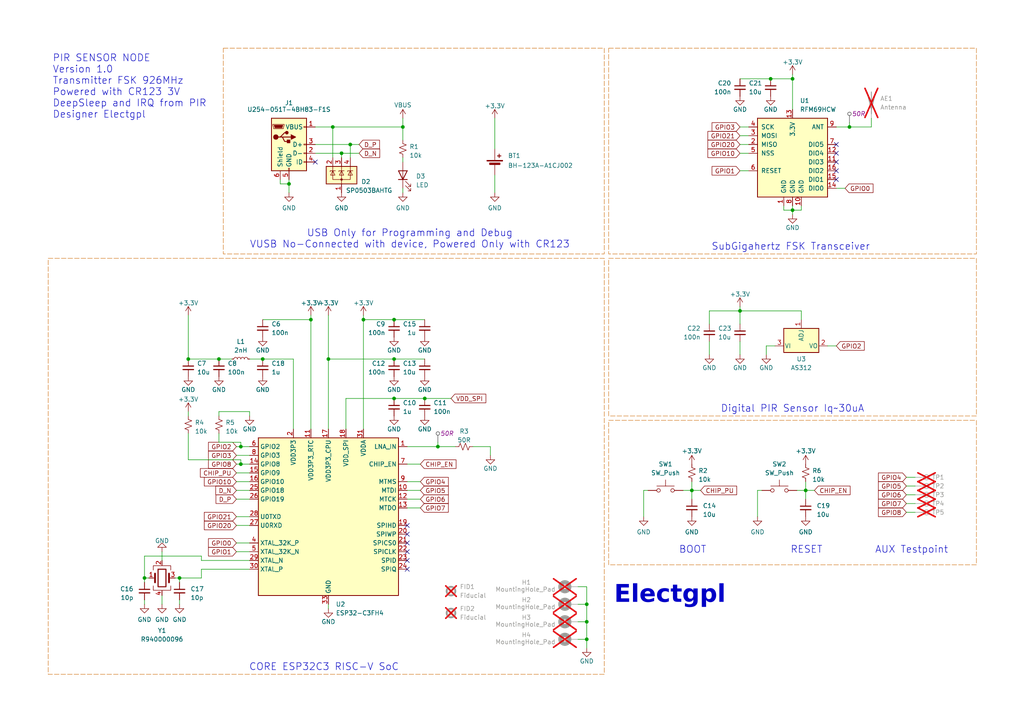
<source format=kicad_sch>
(kicad_sch (version 20250114) (generator "eeschema") (generator_version "9.0")
  (paper "A4")
  (lib_symbols
    (symbol "Connector:TestPoint" (pin_numbers (hide yes)) (pin_names (offset 0.762) (hide yes))
      (property "Reference" "TP" (at 0 6.858 0))
      (property "Value" "TestPoint" (at 0 5.08 0))
      (symbol "TestPoint_1_1"
        (pin passive line (at 0 0 90) (length 2.54) (name "1") (number "1"))
      )
    )
    (symbol "Connector:USB_B_Micro" (pin_names (offset 1.016))
      (property "Reference" "J" (at -5.08 11.43 0))
      (property "Value" "USB_B_Micro" (at -5.08 8.89 0))
      (symbol "USB_B_Micro_1_1"
        (pin passive line (at -2.54 -10.16 90) (length 2.54) (name "Shield") (number "6"))
        (pin power_out line (at 0 -10.16 90) (length 2.54) (name "GND") (number "5"))
        (pin power_out line (at 7.62 5.08 180) (length 2.54) (name "VBUS") (number "1"))
        (pin bidirectional line (at 7.62 0 180) (length 2.54) (name "D+") (number "3"))
        (pin bidirectional line (at 7.62 -2.54 180) (length 2.54) (name "D-") (number "2"))
        (pin passive line (at 7.62 -5.08 180) (length 2.54) (name "ID") (number "4"))
      )
    )
    (symbol "Device:Antenna" (pin_numbers (hide yes)) (pin_names (offset 1.016) (hide yes))
      (property "Reference" "AE" (at -1.905 1.905 0))
      (property "Value" "Antenna" (at -1.905 0 0))
      (symbol "Antenna_1_1"
        (pin input line (at 0 -5.08 90) (length 2.54) (name "A") (number "1"))
      )
    )
    (symbol "Device:Battery_Cell" (pin_numbers (hide yes)) (pin_names (offset 0) (hide yes))
      (property "Reference" "BT" (at 2.54 2.54 0))
      (property "Value" "Battery_Cell" (at 2.54 0 0))
      (symbol "Battery_Cell_1_1"
        (pin passive line (at 0 5.08 270) (length 2.54) (name "+") (number "1"))
        (pin passive line (at 0 -2.54 90) (length 2.54) (name "-") (number "2"))
      )
    )
    (symbol "Device:C_Small" (pin_numbers (hide yes)) (pin_names (offset 0.254) (hide yes))
      (property "Reference" "C" (at 0.254 1.778 0))
      (property "Value" "C_Small" (at 0.254 -2.032 0))
      (symbol "C_Small_1_1"
        (pin passive line (at 0 2.54 270) (length 2.032) (name "~") (number "1"))
        (pin passive line (at 0 -2.54 90) (length 2.032) (name "~") (number "2"))
      )
    )
    (symbol "Device:Crystal_GND24" (pin_names (offset 1.016) (hide yes))
      (property "Reference" "Y" (at 3.175 5.08 0))
      (property "Value" "Crystal_GND24" (at 3.175 3.175 0))
      (symbol "Crystal_GND24_1_1"
        (pin passive line (at -3.81 0 0) (length 1.27) (name "1") (number "1"))
        (pin passive line (at 0 5.08 270) (length 1.27) (name "2") (number "2"))
        (pin passive line (at 0 -5.08 90) (length 1.27) (name "4") (number "4"))
        (pin passive line (at 3.81 0 180) (length 1.27) (name "3") (number "3"))
      )
    )
    (symbol "Device:LED" (pin_numbers (hide yes)) (pin_names (offset 1.016) (hide yes))
      (property "Reference" "D" (at 0 2.54 0))
      (property "Value" "LED" (at 0 -2.54 0))
      (symbol "LED_1_1"
        (pin passive line (at -3.81 0 0) (length 2.54) (name "K") (number "1"))
        (pin passive line (at 3.81 0 180) (length 2.54) (name "A") (number "2"))
      )
    )
    (symbol "Device:L_Small" (pin_numbers (hide yes)) (pin_names (offset 0.254) (hide yes))
      (property "Reference" "L" (at 0.762 1.016 0))
      (property "Value" "L_Small" (at 0.762 -1.016 0))
      (symbol "L_Small_1_1"
        (pin passive line (at 0 2.54 270) (length 0.508) (name "~") (number "1"))
        (pin passive line (at 0 -2.54 90) (length 0.508) (name "~") (number "2"))
      )
    )
    (symbol "Device:R_Small_US" (pin_numbers (hide yes)) (pin_names (offset 0.254) (hide yes))
      (property "Reference" "R" (at 0.762 0.508 0))
      (property "Value" "R_Small_US" (at 0.762 -1.016 0))
      (symbol "R_Small_US_1_1"
        (pin passive line (at 0 2.54 270) (length 1.016) (name "~") (number "1"))
        (pin passive line (at 0 -2.54 90) (length 1.016) (name "~") (number "2"))
      )
    )
    (symbol "MCU_Espressif:ESP32-C3"
      (property "Reference" "U" (at -17.272 23.876 0))
      (property "Value" "ESP32-C3" (at 16.256 23.876 0))
      (symbol "ESP32-C3_1_1"
        (pin bidirectional line (at -22.86 20.32 0) (length 2.54) (name "GPIO2") (number "6"))
        (pin bidirectional line (at -22.86 17.78 0) (length 2.54) (name "GPIO3") (number "8"))
        (pin bidirectional line (at -22.86 15.24 0) (length 2.54) (name "GPIO8") (number "14"))
        (pin bidirectional line (at -22.86 12.7 0) (length 2.54) (name "GPIO9") (number "15"))
        (pin bidirectional line (at -22.86 10.16 0) (length 2.54) (name "GPIO10") (number "16"))
        (pin bidirectional line (at -22.86 7.62 0) (length 2.54) (name "GPIO18") (number "25"))
        (pin bidirectional line (at -22.86 5.08 0) (length 2.54) (name "GPIO19") (number "26"))
        (pin bidirectional line (at -22.86 0 0) (length 2.54) (name "U0TXD") (number "28"))
        (pin bidirectional line (at -22.86 -2.54 0) (length 2.54) (name "U0RXD") (number "27"))
        (pin bidirectional line (at -22.86 -7.62 0) (length 2.54) (name "XTAL_32K_P") (number "4"))
        (pin bidirectional line (at -22.86 -10.16 0) (length 2.54) (name "XTAL_32K_N") (number "5"))
        (pin bidirectional line (at -22.86 -12.7 0) (length 2.54) (name "XTAL_N") (number "29"))
        (pin bidirectional line (at -22.86 -15.24 0) (length 2.54) (name "XTAL_P") (number "30"))
        (pin power_in line (at -10.16 25.4 270) (length 2.54) (name "VDD3P3") (number "2"))
        (pin passive line (at -10.16 25.4 270) (length 2.54) (hide yes) (name "VDD3P3") (number "3"))
        (pin power_in line (at -5.08 25.4 270) (length 2.54) (name "VDD3P3_RTC") (number "11"))
        (pin power_in line (at 0 25.4 270) (length 2.54) (name "VDD3P3_CPU") (number "17"))
        (pin power_in line (at 0 -25.4 90) (length 2.54) (name "GND") (number "33"))
        (pin power_out line (at 5.08 25.4 270) (length 2.54) (name "VDD_SPI") (number "18"))
        (pin power_in line (at 10.16 25.4 270) (length 2.54) (name "VDDA") (number "31"))
        (pin passive line (at 10.16 25.4 270) (length 2.54) (hide yes) (name "VDDA") (number "32"))
        (pin bidirectional line (at 22.86 20.32 180) (length 2.54) (name "LNA_IN") (number "1"))
        (pin bidirectional line (at 22.86 15.24 180) (length 2.54) (name "CHIP_EN") (number "7"))
        (pin bidirectional line (at 22.86 10.16 180) (length 2.54) (name "MTMS") (number "9"))
        (pin bidirectional line (at 22.86 7.62 180) (length 2.54) (name "MTDI") (number "10"))
        (pin bidirectional line (at 22.86 5.08 180) (length 2.54) (name "MTCK") (number "12"))
        (pin bidirectional line (at 22.86 2.54 180) (length 2.54) (name "MTDO") (number "13"))
        (pin bidirectional line (at 22.86 -2.54 180) (length 2.54) (name "SPIHD") (number "19"))
        (pin bidirectional line (at 22.86 -5.08 180) (length 2.54) (name "SPIWP") (number "20"))
        (pin bidirectional line (at 22.86 -7.62 180) (length 2.54) (name "SPICS0") (number "21"))
        (pin bidirectional line (at 22.86 -10.16 180) (length 2.54) (name "SPICLK") (number "22"))
        (pin bidirectional line (at 22.86 -12.7 180) (length 2.54) (name "SPID") (number "23"))
        (pin bidirectional line (at 22.86 -15.24 180) (length 2.54) (name "SPIQ") (number "24"))
      )
    )
    (symbol "Mechanical:Fiducial" (in_bom no)
      (property "Reference" "FID" (at 0 5.08 0))
      (property "Value" "Fiducial" (at 0 3.175 0))
    )
    (symbol "Mechanical:MountingHole_Pad" (pin_numbers (hide yes)) (pin_names (offset 1.016) (hide yes)) (in_bom no)
      (property "Reference" "H" (at 0 6.35 0))
      (property "Value" "MountingHole_Pad" (at 0 4.445 0))
      (symbol "MountingHole_Pad_1_1"
        (pin input line (at 0 -2.54 90) (length 2.54) (name "1") (number "1"))
      )
    )
    (symbol "Power_Protection:SP0503BAHT" (pin_names (hide yes))
      (property "Reference" "D" (at 5.715 2.54 0))
      (property "Value" "SP0503BAHT" (at 5.715 0.635 0))
      (symbol "SP0503BAHT_0_0"
        (pin passive line (at 0 -5.08 90) (length 2.54) (name "A") (number "1"))
      )
      (symbol "SP0503BAHT_1_1"
        (pin passive line (at -2.54 5.08 270) (length 2.54) (name "K") (number "2"))
        (pin passive line (at 0 5.08 270) (length 2.54) (name "K") (number "3"))
        (pin passive line (at 2.54 5.08 270) (length 2.54) (name "K") (number "4"))
      )
    )
    (symbol "RF_Module:RFM69HCW" (pin_names (offset 1.016))
      (property "Reference" "U" (at -10.414 11.684 0))
      (property "Value" "RFM69HCW" (at 1.524 11.43 0))
      (symbol "RFM69HCW_1_1"
        (pin input line (at -12.7 7.62 0) (length 2.54) (name "SCK") (number "4"))
        (pin input line (at -12.7 5.08 0) (length 2.54) (name "MOSI") (number "3"))
        (pin output line (at -12.7 2.54 0) (length 2.54) (name "MISO") (number "2"))
        (pin input line (at -12.7 0 0) (length 2.54) (name "NSS") (number "5"))
        (pin bidirectional line (at -12.7 -5.08 0) (length 2.54) (name "RESET") (number "6"))
        (pin power_in line (at -2.54 -15.24 90) (length 2.54) (name "GND") (number "1"))
        (pin power_in line (at 0 12.7 270) (length 2.54) (name "3.3V") (number "13"))
        (pin power_in line (at 0 -15.24 90) (length 2.54) (name "GND") (number "8"))
        (pin power_in line (at 2.54 -15.24 90) (length 2.54) (name "GND") (number "10"))
        (pin bidirectional line (at 12.7 7.62 180) (length 2.54) (name "ANT") (number "9"))
        (pin bidirectional line (at 12.7 2.54 180) (length 2.54) (name "DIO5") (number "7"))
        (pin bidirectional line (at 12.7 0 180) (length 2.54) (name "DIO4") (number "12"))
        (pin bidirectional line (at 12.7 -2.54 180) (length 2.54) (name "DIO3") (number "11"))
        (pin bidirectional line (at 12.7 -5.08 180) (length 2.54) (name "DIO2") (number "16"))
        (pin bidirectional line (at 12.7 -7.62 180) (length 2.54) (name "DIO1") (number "15"))
        (pin bidirectional line (at 12.7 -10.16 180) (length 2.54) (name "DIO0") (number "14"))
      )
    )
    (symbol "Regulator_Linear:LM337_TO39" (pin_names (offset 0.254))
      (property "Reference" "U" (at -3.81 -3.175 0))
      (property "Value" "LM337_TO39" (at 0 -3.175 0))
      (symbol "LM337_TO39_1_1"
        (pin power_in line (at -7.62 0 0) (length 2.54) (name "VI") (number "3"))
        (pin input line (at 0 7.62 270) (length 2.54) (name "ADJ") (number "1"))
        (pin power_out line (at 7.62 0 180) (length 2.54) (name "VO") (number "2"))
      )
    )
    (symbol "Switch:SW_Push" (pin_numbers (hide yes)) (pin_names (offset 1.016) (hide yes))
      (property "Reference" "SW" (at 1.27 2.54 0))
      (property "Value" "SW_Push" (at 0 -1.524 0))
      (symbol "SW_Push_0_1"
        (pin passive line (at -5.08 0 0) (length 2.54) (name "1") (number "1"))
        (pin passive line (at 5.08 0 180) (length 2.54) (name "2") (number "2"))
      )
    )
    (symbol "power:+3.3V" (power) (pin_names (offset 0))
      (property "Value" "+3.3V" (at 0 3.556 0))
      (symbol "+3.3V_1_1"
        (pin power_in line (at 0 0 90) (length 0) (hide yes) (name "+3.3V") (number "1"))
      )
    )
    (symbol "power:+5V" (power) (pin_numbers (hide yes)) (pin_names (offset 0) (hide yes))
      (property "Value" "+5V" (at 0 3.556 0))
      (symbol "+5V_1_1"
        (pin power_in line (at 0 0 90) (length 0) (name "~") (number "1"))
      )
    )
    (symbol "power:GND" (power) (pin_names (offset 0))
      (property "Value" "GND" (at 0 -3.81 0))
      (symbol "GND_1_1"
        (pin power_in line (at 0 0 270) (length 0) (hide yes) (name "GND") (number "1"))
      )
    )
  )
  (rectangle (start 176.53 13.97) (end 283.21 73.66) (stroke (width 0.127) (type dash) (color 204 102 0 1)))
  (rectangle (start 176.53 121.92) (end 283.21 163.83) (stroke (width 0.127) (type dash) (color 204 102 0 1)))
  (rectangle (start 64.77 13.97) (end 175.26 73.66) (stroke (width 0.127) (type dash) (color 204 102 0 1)))
  (rectangle (start 176.53 74.93) (end 283.21 120.65) (stroke (width 0.127) (type dash) (color 204 102 0 1)))
  (rectangle (start 13.97 74.93) (end 175.26 195.58) (stroke (width 0.127) (type dash) (color 204 102 0 1)))
  (text "AUX Testpoint\n" (at 264.414 159.512 0) (effects (font (size 2.032 2.032))))
  (text "Electgpl" (at 194.31 173.99 0) (effects (font (size 5.08 5.08) (bold yes))))
  (text "CORE ESP32C3 RISC-V SoC" (at 93.98 193.548 0) (effects (font (size 2.032 2.032))))
  (text "USB Only for Programming and Debug\nVUSB No-Connected with device, Powered Only with CR123" (at 118.872 69.342 0) (effects (font (size 2.032 2.032))))
  (text "PIR SENSOR NODE\nVersion 1.0\nTransmitter FSK 926MHz\nPowered with CR123 3V\nDeepSleep and IRQ from PIR\nDesigner Electgpl" (at 15.24 25.146 0) (effects (font (size 2.032 2.032)) (justify left)))
  (text "BOOT" (at 200.914 159.512 0) (effects (font (size 2.032 2.032))))
  (text "Digital PIR Sensor Iq~30uA" (at 229.87 118.618 0) (effects (font (size 2.032 2.032))))
  (text "SubGigahertz FSK Transceiver" (at 229.362 71.628 0) (effects (font (size 2.032 2.032))))
  (text "RESET" (at 233.934 159.512 0) (effects (font (size 2.032 2.032))))
  (junction (at 41.91 167.64))
  (junction (at 83.82 53.34))
  (junction (at 123.19 115.57))
  (junction (at 105.41 92.71))
  (junction (at 95.25 104.14))
  (junction (at 229.87 22.86))
  (junction (at 54.61 104.14))
  (junction (at 52.07 167.64))
  (junction (at 114.3 115.57))
  (junction (at 233.68 142.24))
  (junction (at 200.66 142.24))
  (junction (at 96.52 36.83))
  (junction (at 114.3 92.71))
  (junction (at 69.85 129.54))
  (junction (at 127 129.54))
  (junction (at 63.5 104.14))
  (junction (at 223.52 22.86))
  (junction (at 246.38 36.83))
  (junction (at 90.17 92.71))
  (junction (at 170.18 175.26))
  (junction (at 101.6 41.91))
  (junction (at 76.2 104.14))
  (junction (at 214.63 90.17))
  (junction (at 99.06 44.45))
  (junction (at 114.3 104.14))
  (junction (at 69.85 134.62))
  (junction (at 170.18 185.42))
  (junction (at 229.87 60.96))
  (junction (at 170.18 180.34))
  (junction (at 116.84 36.83))
  (no_connect (at 118.11 152.4))
  (no_connect (at 91.44 46.99))
  (no_connect (at 118.11 154.94))
  (no_connect (at 118.11 160.02))
  (no_connect (at 118.11 157.48))
  (no_connect (at 242.57 44.45))
  (no_connect (at 242.57 41.91))
  (no_connect (at 242.57 46.99))
  (no_connect (at 242.57 49.53))
  (no_connect (at 118.11 165.1))
  (no_connect (at 118.11 162.56))
  (no_connect (at 242.57 52.07))
  (wire (pts (xy 233.68 142.24) (xy 236.22 142.24)))
  (wire (pts (xy 58.42 162.56) (xy 58.42 161.29)))
  (wire (pts (xy 223.52 22.86) (xy 229.87 22.86)))
  (wire (pts (xy 214.63 99.06) (xy 214.63 102.87)))
  (wire (pts (xy 72.39 104.14) (xy 76.2 104.14)))
  (wire (pts (xy 114.3 104.14) (xy 123.19 104.14)))
  (wire (pts (xy 83.82 53.34) (xy 83.82 55.88)))
  (wire (pts (xy 170.18 170.18) (xy 170.18 175.26)))
  (wire (pts (xy 123.19 115.57) (xy 130.81 115.57)))
  (wire (pts (xy 69.85 133.35) (xy 69.85 134.62)))
  (wire (pts (xy 233.68 142.24) (xy 233.68 144.78)))
  (wire (pts (xy 95.25 175.26) (xy 95.25 176.53)))
  (wire (pts (xy 81.28 52.07) (xy 81.28 53.34)))
  (wire (pts (xy 227.33 60.96) (xy 229.87 60.96)))
  (wire (pts (xy 186.69 142.24) (xy 186.69 149.86)))
  (wire (pts (xy 116.84 46.99) (xy 116.84 45.72)))
  (wire (pts (xy 116.84 55.88) (xy 116.84 54.61)))
  (wire (pts (xy 69.85 128.27) (xy 69.85 129.54)))
  (wire (pts (xy 214.63 88.9) (xy 214.63 90.17)))
  (wire (pts (xy 68.58 132.08) (xy 72.39 132.08)))
  (wire (pts (xy 224.79 100.33) (xy 222.25 100.33)))
  (wire (pts (xy 118.11 134.62) (xy 121.92 134.62)))
  (wire (pts (xy 231.14 142.24) (xy 233.68 142.24)))
  (wire (pts (xy 68.58 152.4) (xy 72.39 152.4)))
  (wire (pts (xy 96.52 36.83) (xy 96.52 45.72)))
  (wire (pts (xy 118.11 142.24) (xy 121.92 142.24)))
  (wire (pts (xy 85.09 104.14) (xy 85.09 124.46)))
  (wire (pts (xy 205.74 90.17) (xy 205.74 93.98)))
  (wire (pts (xy 262.89 143.51) (xy 265.43 143.51)))
  (wire (pts (xy 170.18 180.34) (xy 170.18 185.42)))
  (wire (pts (xy 214.63 49.53) (xy 217.17 49.53)))
  (wire (pts (xy 54.61 133.35) (xy 69.85 133.35)))
  (wire (pts (xy 63.5 119.38) (xy 72.39 119.38)))
  (wire (pts (xy 167.64 175.26) (xy 170.18 175.26)))
  (wire (pts (xy 54.61 125.73) (xy 54.61 133.35)))
  (wire (pts (xy 90.17 92.71) (xy 90.17 124.46)))
  (wire (pts (xy 167.64 180.34) (xy 170.18 180.34)))
  (wire (pts (xy 220.98 142.24) (xy 219.71 142.24)))
  (wire (pts (xy 63.5 104.14) (xy 67.31 104.14)))
  (wire (pts (xy 41.91 173.99) (xy 41.91 175.26)))
  (wire (pts (xy 114.3 92.71) (xy 123.19 92.71)))
  (wire (pts (xy 170.18 185.42) (xy 170.18 187.96)))
  (wire (pts (xy 242.57 54.61) (xy 245.11 54.61)))
  (wire (pts (xy 214.63 22.86) (xy 223.52 22.86)))
  (wire (pts (xy 232.41 90.17) (xy 214.63 90.17)))
  (wire (pts (xy 68.58 160.02) (xy 72.39 160.02)))
  (wire (pts (xy 91.44 44.45) (xy 99.06 44.45)))
  (wire (pts (xy 58.42 167.64) (xy 58.42 165.1)))
  (wire (pts (xy 142.24 129.54) (xy 142.24 132.08)))
  (wire (pts (xy 63.5 125.73) (xy 63.5 128.27)))
  (wire (pts (xy 52.07 173.99) (xy 52.07 175.26)))
  (wire (pts (xy 187.96 142.24) (xy 186.69 142.24)))
  (wire (pts (xy 137.16 129.54) (xy 142.24 129.54)))
  (wire (pts (xy 69.85 134.62) (xy 72.39 134.62)))
  (wire (pts (xy 227.33 59.69) (xy 227.33 60.96)))
  (wire (pts (xy 68.58 134.62) (xy 69.85 134.62)))
  (wire (pts (xy 252.73 36.83) (xy 246.38 36.83)))
  (wire (pts (xy 41.91 167.64) (xy 43.18 167.64)))
  (wire (pts (xy 200.66 142.24) (xy 200.66 144.78)))
  (wire (pts (xy 229.87 22.86) (xy 229.87 31.75)))
  (wire (pts (xy 63.5 128.27) (xy 69.85 128.27)))
  (wire (pts (xy 229.87 60.96) (xy 232.41 60.96)))
  (wire (pts (xy 99.06 44.45) (xy 104.14 44.45)))
  (wire (pts (xy 83.82 52.07) (xy 83.82 53.34)))
  (wire (pts (xy 116.84 34.29) (xy 116.84 36.83)))
  (wire (pts (xy 96.52 36.83) (xy 116.84 36.83)))
  (wire (pts (xy 127 128.27) (xy 127 129.54)))
  (wire (pts (xy 68.58 137.16) (xy 72.39 137.16)))
  (wire (pts (xy 81.28 53.34) (xy 83.82 53.34)))
  (wire (pts (xy 41.91 161.29) (xy 41.91 167.64)))
  (wire (pts (xy 262.89 138.43) (xy 265.43 138.43)))
  (wire (pts (xy 200.66 142.24) (xy 203.2 142.24)))
  (wire (pts (xy 46.99 172.72) (xy 46.99 175.26)))
  (wire (pts (xy 99.06 44.45) (xy 99.06 45.72)))
  (wire (pts (xy 262.89 146.05) (xy 265.43 146.05)))
  (wire (pts (xy 143.51 34.29) (xy 143.51 43.18)))
  (wire (pts (xy 229.87 60.96) (xy 229.87 62.23)))
  (wire (pts (xy 198.12 142.24) (xy 200.66 142.24)))
  (wire (pts (xy 229.87 59.69) (xy 229.87 60.96)))
  (wire (pts (xy 52.07 167.64) (xy 58.42 167.64)))
  (wire (pts (xy 232.41 92.71) (xy 232.41 90.17)))
  (wire (pts (xy 214.63 36.83) (xy 217.17 36.83)))
  (wire (pts (xy 222.25 100.33) (xy 222.25 102.87)))
  (wire (pts (xy 58.42 162.56) (xy 72.39 162.56)))
  (wire (pts (xy 105.41 92.71) (xy 105.41 124.46)))
  (wire (pts (xy 118.11 139.7) (xy 121.92 139.7)))
  (wire (pts (xy 76.2 104.14) (xy 85.09 104.14)))
  (wire (pts (xy 214.63 44.45) (xy 217.17 44.45)))
  (wire (pts (xy 54.61 91.44) (xy 54.61 104.14)))
  (wire (pts (xy 262.89 148.59) (xy 265.43 148.59)))
  (wire (pts (xy 63.5 120.65) (xy 63.5 119.38)))
  (wire (pts (xy 95.25 91.44) (xy 95.25 104.14)))
  (wire (pts (xy 68.58 129.54) (xy 69.85 129.54)))
  (wire (pts (xy 118.11 147.32) (xy 121.92 147.32)))
  (wire (pts (xy 76.2 92.71) (xy 90.17 92.71)))
  (wire (pts (xy 100.33 115.57) (xy 114.3 115.57)))
  (wire (pts (xy 72.39 119.38) (xy 72.39 120.65)))
  (wire (pts (xy 214.63 90.17) (xy 214.63 93.98)))
  (wire (pts (xy 246.38 36.83) (xy 242.57 36.83)))
  (wire (pts (xy 170.18 175.26) (xy 170.18 180.34)))
  (wire (pts (xy 105.41 91.44) (xy 105.41 92.71)))
  (wire (pts (xy 214.63 39.37) (xy 217.17 39.37)))
  (wire (pts (xy 167.64 170.18) (xy 170.18 170.18)))
  (wire (pts (xy 101.6 41.91) (xy 101.6 45.72)))
  (wire (pts (xy 262.89 140.97) (xy 265.43 140.97)))
  (wire (pts (xy 91.44 36.83) (xy 96.52 36.83)))
  (wire (pts (xy 58.42 161.29) (xy 41.91 161.29)))
  (wire (pts (xy 68.58 139.7) (xy 72.39 139.7)))
  (wire (pts (xy 52.07 167.64) (xy 52.07 168.91)))
  (wire (pts (xy 205.74 99.06) (xy 205.74 102.87)))
  (wire (pts (xy 90.17 91.44) (xy 90.17 92.71)))
  (wire (pts (xy 200.66 139.7) (xy 200.66 142.24)))
  (wire (pts (xy 246.38 35.56) (xy 246.38 36.83)))
  (wire (pts (xy 101.6 41.91) (xy 104.14 41.91)))
  (wire (pts (xy 167.64 185.42) (xy 170.18 185.42)))
  (wire (pts (xy 118.11 144.78) (xy 121.92 144.78)))
  (wire (pts (xy 127 129.54) (xy 132.08 129.54)))
  (wire (pts (xy 54.61 119.38) (xy 54.61 120.65)))
  (wire (pts (xy 118.11 129.54) (xy 127 129.54)))
  (wire (pts (xy 95.25 104.14) (xy 114.3 104.14)))
  (wire (pts (xy 68.58 149.86) (xy 72.39 149.86)))
  (wire (pts (xy 68.58 157.48) (xy 72.39 157.48)))
  (wire (pts (xy 58.42 165.1) (xy 72.39 165.1)))
  (wire (pts (xy 252.73 34.29) (xy 252.73 36.83)))
  (wire (pts (xy 41.91 167.64) (xy 41.91 168.91)))
  (wire (pts (xy 116.84 40.64) (xy 116.84 36.83)))
  (wire (pts (xy 219.71 142.24) (xy 219.71 149.86)))
  (wire (pts (xy 69.85 129.54) (xy 72.39 129.54)))
  (wire (pts (xy 240.03 100.33) (xy 242.57 100.33)))
  (wire (pts (xy 68.58 142.24) (xy 72.39 142.24)))
  (wire (pts (xy 100.33 124.46) (xy 100.33 115.57)))
  (wire (pts (xy 91.44 41.91) (xy 101.6 41.91)))
  (wire (pts (xy 232.41 60.96) (xy 232.41 59.69)))
  (wire (pts (xy 54.61 104.14) (xy 63.5 104.14)))
  (wire (pts (xy 50.8 167.64) (xy 52.07 167.64)))
  (wire (pts (xy 214.63 41.91) (xy 217.17 41.91)))
  (wire (pts (xy 68.58 144.78) (xy 72.39 144.78)))
  (wire (pts (xy 95.25 104.14) (xy 95.25 124.46)))
  (wire (pts (xy 46.99 160.02) (xy 46.99 162.56)))
  (wire (pts (xy 143.51 50.8) (xy 143.51 55.88)))
  (wire (pts (xy 205.74 90.17) (xy 214.63 90.17)))
  (wire (pts (xy 105.41 92.71) (xy 114.3 92.71)))
  (wire (pts (xy 114.3 115.57) (xy 123.19 115.57)))
  (wire (pts (xy 229.87 22.86) (xy 229.87 21.59)))
  (wire (pts (xy 233.68 139.7) (xy 233.68 142.24)))
  (global_label "CHIP_PU" (shape input) (at 68.58 137.16 180) (property "Intersheetrefs" "${INTERSHEET_REFS}" (effects (hide yes))))
  (global_label "GPIO10" (shape input) (at 214.63 44.45 180) (property "Intersheetrefs" "${INTERSHEET_REFS}" (effects (hide yes))))
  (global_label "GPIO2" (shape input) (at 242.57 100.33 0) (property "Intersheetrefs" "${INTERSHEET_REFS}" (effects (hide yes))))
  (global_label "CHIP_PU" (shape input) (at 203.2 142.24 0) (property "Intersheetrefs" "${INTERSHEET_REFS}" (effects (hide yes))))
  (global_label "GPIO0" (shape input) (at 245.11 54.61 0) (property "Intersheetrefs" "${INTERSHEET_REFS}" (effects (hide yes))))
  (global_label "GPIO4" (shape input) (at 121.92 139.7 0) (property "Intersheetrefs" "${INTERSHEET_REFS}" (effects (hide yes))))
  (global_label "GPIO1" (shape input) (at 68.58 160.02 180) (property "Intersheetrefs" "${INTERSHEET_REFS}" (effects (hide yes))))
  (global_label "GPIO7" (shape input) (at 121.92 147.32 0) (property "Intersheetrefs" "${INTERSHEET_REFS}" (effects (hide yes))))
  (global_label "CHIP_EN" (shape input) (at 236.22 142.24 0) (property "Intersheetrefs" "${INTERSHEET_REFS}" (effects (hide yes))))
  (global_label "GPIO2" (shape input) (at 68.58 129.54 180) (property "Intersheetrefs" "${INTERSHEET_REFS}" (effects (hide yes))))
  (global_label "GPIO20" (shape input) (at 68.58 152.4 180) (property "Intersheetrefs" "${INTERSHEET_REFS}" (effects (hide yes))))
  (global_label "GPIO8" (shape input) (at 68.58 134.62 180) (property "Intersheetrefs" "${INTERSHEET_REFS}" (effects (hide yes))))
  (global_label "GPIO7" (shape input) (at 262.89 146.05 180) (property "Intersheetrefs" "${INTERSHEET_REFS}" (effects (hide yes))))
  (global_label "GPIO1" (shape input) (at 214.63 49.53 180) (property "Intersheetrefs" "${INTERSHEET_REFS}" (effects (hide yes))))
  (global_label "GPIO0" (shape input) (at 68.58 157.48 180) (property "Intersheetrefs" "${INTERSHEET_REFS}" (effects (hide yes))))
  (global_label "GPIO4" (shape input) (at 262.89 138.43 180) (property "Intersheetrefs" "${INTERSHEET_REFS}" (effects (hide yes))))
  (global_label "GPIO20" (shape input) (at 214.63 41.91 180) (property "Intersheetrefs" "${INTERSHEET_REFS}" (effects (hide yes))))
  (global_label "CHIP_EN" (shape input) (at 121.92 134.62 0) (property "Intersheetrefs" "${INTERSHEET_REFS}" (effects (hide yes))))
  (global_label "GPIO10" (shape input) (at 68.58 139.7 180) (property "Intersheetrefs" "${INTERSHEET_REFS}" (effects (hide yes))))
  (global_label "GPIO5" (shape input) (at 262.89 140.97 180) (property "Intersheetrefs" "${INTERSHEET_REFS}" (effects (hide yes))))
  (global_label "GPIO21" (shape input) (at 68.58 149.86 180) (property "Intersheetrefs" "${INTERSHEET_REFS}" (effects (hide yes))))
  (global_label "GPIO3" (shape input) (at 214.63 36.83 180) (property "Intersheetrefs" "${INTERSHEET_REFS}" (effects (hide yes))))
  (global_label "D_N" (shape input) (at 68.58 142.24 180) (property "Intersheetrefs" "${INTERSHEET_REFS}" (effects (hide yes))))
  (global_label "D_P" (shape input) (at 104.14 41.91 0) (property "Intersheetrefs" "${INTERSHEET_REFS}" (effects (hide yes))))
  (global_label "GPIO5" (shape input) (at 121.92 142.24 0) (property "Intersheetrefs" "${INTERSHEET_REFS}" (effects (hide yes))))
  (global_label "D_P" (shape input) (at 68.58 144.78 180) (property "Intersheetrefs" "${INTERSHEET_REFS}" (effects (hide yes))))
  (global_label "GPIO8" (shape input) (at 262.89 148.59 180) (property "Intersheetrefs" "${INTERSHEET_REFS}" (effects (hide yes))))
  (global_label "D_N" (shape input) (at 104.14 44.45 0) (property "Intersheetrefs" "${INTERSHEET_REFS}" (effects (hide yes))))
  (global_label "GPIO6" (shape input) (at 121.92 144.78 0) (property "Intersheetrefs" "${INTERSHEET_REFS}" (effects (hide yes))))
  (global_label "VDD_SPI" (shape input) (at 130.81 115.57 0) (property "Intersheetrefs" "${INTERSHEET_REFS}" (effects (hide yes))))
  (global_label "GPIO21" (shape input) (at 214.63 39.37 180) (property "Intersheetrefs" "${INTERSHEET_REFS}" (effects (hide yes))))
  (global_label "GPIO3" (shape input) (at 68.58 132.08 180) (property "Intersheetrefs" "${INTERSHEET_REFS}" (effects (hide yes))))
  (global_label "GPIO6" (shape input) (at 262.89 143.51 180) (property "Intersheetrefs" "${INTERSHEET_REFS}" (effects (hide yes))))
  (netclass_flag "" (length 2.54) (shape round) (at 127 128.27 0) (property "Netclass" "50R" (at 127.6985 125.73 0) (effects (font (italic yes)) (justify left))))
  (netclass_flag "" (length 2.54) (shape round) (at 246.38 35.56 0) (property "Netclass" "50R" (at 247.0785 33.02 0) (effects (font (italic yes)) (justify left))))
  (symbol (lib_id "Device:R_Small_US") (at 116.84 43.18 0) (unit 1)
    (property "Reference" "R1" (at 118.745 42.545 0) (effects (justify left)))
    (property "Value" "10k" (at 118.745 45.085 0) (effects (justify left)))
    (property "Footprint" "Resistor_SMD:R_0603_1608Metric" (effects (hide yes)))
    (property "Description" "100mW Thick Film Resistors 75V ±100ppm/℃ ±5% 10kΩ 0603 Chip Resistor - Surface Mount ROHS" (effects (hide yes)))
    (property "LCSC" "C98220" (effects (hide yes)))
    (property "MFR P/N" "RC0402JR-0710KL" (effects (hide yes)))
    (property "MFN" "RC0603FR-0710KL" (effects (hide yes)))
  )
  (symbol (lib_id "power:GND") (at 116.84 55.88 0) (mirror y) (unit 1)
    (property "Reference" "#PWR013" (effects (hide yes)))
    (property "Value" "GND" (at 116.84 60.325 0))
  )
  (symbol (lib_id "power:GND") (at 114.3 109.22 0) (unit 1)
    (property "Reference" "#PWR029" (effects (hide yes)))
    (property "Value" "GND" (at 114.3 113.03 0))
  )
  (symbol (lib_id "Device:C_Small") (at 114.3 106.68 0) (mirror y) (unit 1)
    (property "Reference" "C12" (at 111.76 105.41 0) (effects (justify left)))
    (property "Value" "100n" (at 111.76 107.95 0) (effects (justify left)))
    (property "Footprint" "Capacitor_SMD:C_0603_1608Metric" (effects (hide yes)))
    (property "Description" "50V 100nF X7R ±10% 0603 Multilayer Ceramic Capacitors MLCC - SMD/SMT ROHS" (effects (hide yes)))
    (property "Absolute minimum" "50V" (effects (hide yes)))
    (property "Reference MFG P/N" "C1591" (effects (hide yes)))
    (property "LCSC" "C14663" (effects (hide yes)))
    (property "MFR P/N" "CC0402KRX7R9BB104" (effects (hide yes)))
    (property "MFN" "CC0603KRX7R9BB104" (effects (hide yes)))
  )
  (symbol (lib_id "Connector:TestPoint") (at 265.43 143.51 270) (unit 1) (dnp yes)
    (property "Reference" "TP3" (at 270.256 143.51 90) (effects (justify left)))
    (property "Value" "TestPoint" (effects (hide yes)))
    (property "Footprint" "TestPoint:TestPoint_Pad_D2.0mm" (effects (hide yes)))
    (property "Description" "test point" (effects (hide yes)))
  )
  (symbol (lib_id "Device:C_Small") (at 214.63 96.52 0) (unit 1)
    (property "Reference" "C23" (at 208.28 95.25 0) (effects (justify left)))
    (property "Value" "10u" (at 208.28 97.79 0) (effects (justify left)))
    (property "Footprint" "Capacitor_SMD:C_0603_1608Metric" (effects (hide yes)))
    (property "Description" "10V 10uF X5R ±10% 0603 Multilayer Ceramic Capacitors MLCC - SMD/SMT ROHS" (effects (hide yes)))
    (property "LCSC" "C85713" (effects (hide yes)))
    (property "MFR P/N" "GCM188D70J106ME36D" (effects (hide yes)))
    (property "MFN" "CL10A106MP8NNNC" (effects (hide yes)))
  )
  (symbol (lib_id "Mechanical:MountingHole_Pad") (at 165.1 170.18 90) (unit 1) (in_bom no) (dnp yes)
    (property "Reference" "H1" (at 152.654 168.91 90))
    (property "Value" "MountingHole_Pad" (at 152.4 170.942 90))
    (property "Footprint" "MountingHole:MountingHole_3.2mm_M3_Pad_Via" (effects (hide yes)))
    (property "Description" "Mounting Hole with connection" (effects (hide yes)))
  )
  (symbol (lib_id "Device:C_Small") (at 76.2 95.25 0) (unit 1)
    (property "Reference" "C6" (at 78.74 93.98 0) (effects (justify left)))
    (property "Value" "100n" (at 78.74 96.52 0) (effects (justify left)))
    (property "Footprint" "Capacitor_SMD:C_0603_1608Metric" (effects (hide yes)))
    (property "Description" "50V 100nF X7R ±10% 0603 Multilayer Ceramic Capacitors MLCC - SMD/SMT ROHS" (effects (hide yes)))
    (property "Absolute minimum" "50V" (effects (hide yes)))
    (property "Reference MFG P/N" "C1591" (effects (hide yes)))
    (property "LCSC" "C14663" (effects (hide yes)))
    (property "MFR P/N" "CC0402KRX7R9BB104" (effects (hide yes)))
    (property "MFN" "CC0603KRX7R9BB104" (effects (hide yes)))
  )
  (symbol (lib_id "Device:LED") (at 116.84 50.8 90) (unit 1)
    (property "Reference" "D3" (at 120.65 51.1174 90) (effects (justify right)))
    (property "Value" "LED" (at 120.65 53.6574 90) (effects (justify right)))
    (property "Footprint" "LED_SMD:LED_0603_1608Metric" (effects (hide yes)))
    (property "Description" "Light emitting diode" (effects (hide yes)))
    (property "LCSC" "C965799" (effects (hide yes)))
    (property "MFR P/N" "TJ-S1608B06HQYJY-A3" (effects (hide yes)))
    (property "MFN" "XL-1608SURC-06" (effects (hide yes)))
  )
  (symbol (lib_id "Connector:TestPoint") (at 265.43 138.43 270) (unit 1) (dnp yes)
    (property "Reference" "TP1" (at 270.256 138.43 90) (effects (justify left)))
    (property "Value" "TestPoint" (effects (hide yes)))
    (property "Footprint" "TestPoint:TestPoint_Pad_D2.0mm" (effects (hide yes)))
    (property "Description" "test point" (effects (hide yes)))
  )
  (symbol (lib_id "Connector:TestPoint") (at 265.43 140.97 270) (unit 1) (dnp yes)
    (property "Reference" "TP2" (at 270.256 140.97 90) (effects (justify left)))
    (property "Value" "TestPoint" (effects (hide yes)))
    (property "Footprint" "TestPoint:TestPoint_Pad_D2.0mm" (effects (hide yes)))
    (property "Description" "test point" (effects (hide yes)))
  )
  (symbol (lib_id "power:+3.3V") (at 90.17 91.44 0) (unit 1)
    (property "Reference" "#PWR015" (effects (hide yes)))
    (property "Value" "+3.3V" (at 90.17 87.884 0))
  )
  (symbol (lib_id "Device:C_Small") (at 200.66 147.32 0) (unit 1)
    (property "Reference" "C14" (at 203.835 146.6913 0) (effects (justify left)))
    (property "Value" "10u" (at 203.835 149.2313 0) (effects (justify left)))
    (property "Footprint" "Capacitor_SMD:C_0603_1608Metric" (effects (hide yes)))
    (property "Description" "10V 10uF X5R ±10% 0603 Multilayer Ceramic Capacitors MLCC - SMD/SMT ROHS" (effects (hide yes)))
    (property "LCSC" "C85713" (effects (hide yes)))
    (property "MFR P/N" "GCM188D70J106ME36D" (effects (hide yes)))
    (property "MFN" "CL10A106MP8NNNC" (effects (hide yes)))
  )
  (symbol (lib_id "power:GND") (at 63.5 109.22 0) (unit 1)
    (property "Reference" "#PWR022" (effects (hide yes)))
    (property "Value" "GND" (at 63.5 113.03 0))
  )
  (symbol (lib_id "Switch:SW_Push") (at 193.04 142.24 0) (unit 1)
    (property "Reference" "SW1" (at 193.04 134.62 0))
    (property "Value" "SW_Push" (at 193.04 137.16 0))
    (property "Footprint" "Button_Switch_SMD:SW_Push_SPST_NO_Alps_SKRK" (effects (hide yes)))
    (property "Description" "Push button switch, generic, two pins" (effects (hide yes)))
    (property "LCSC" "C115357" (effects (hide yes)))
    (property "MFR P/N" "SKRKAEE020" (effects (hide yes)))
    (property "MFN" "SKRKAEE020" (effects (hide yes)))
  )
  (symbol (lib_id "Device:Antenna") (at 252.73 29.21 0) (unit 1) (dnp yes)
    (property "Reference" "AE1" (at 255.27 28.5749 0) (effects (justify left)))
    (property "Value" "Antenna" (at 255.27 31.1149 0) (effects (justify left)))
    (property "Footprint" "xresource_kicadlibrary:Texas_SWRA416_868MHz_915MHz" (effects (hide yes)))
    (property "Description" "Antenna" (effects (hide yes)))
  )
  (symbol (lib_id "power:GND") (at 54.61 109.22 0) (unit 1)
    (property "Reference" "#PWR021" (effects (hide yes)))
    (property "Value" "GND" (at 54.61 113.03 0))
  )
  (symbol (lib_id "Mechanical:MountingHole_Pad") (at 165.1 180.34 90) (unit 1) (in_bom no) (dnp yes)
    (property "Reference" "H3" (at 152.654 179.07 90))
    (property "Value" "MountingHole_Pad" (at 152.4 181.102 90))
    (property "Footprint" "MountingHole:MountingHole_3.2mm_M3_Pad_Via" (effects (hide yes)))
    (property "Description" "Mounting Hole with connection" (effects (hide yes)))
  )
  (symbol (lib_id "power:+3.3V") (at 95.25 91.44 0) (unit 1)
    (property "Reference" "#PWR017" (effects (hide yes)))
    (property "Value" "+3.3V" (at 95.25 87.884 0))
  )
  (symbol (lib_id "power:+3.3V") (at 54.61 119.38 0) (unit 1)
    (property "Reference" "#PWR024" (effects (hide yes)))
    (property "Value" "+3.3V" (at 54.61 115.824 0))
  )
  (symbol (lib_id "Device:C_Small") (at 223.52 25.4 0) (unit 1)
    (property "Reference" "C21" (at 217.17 24.13 0) (effects (justify left)))
    (property "Value" "10u" (at 217.17 26.67 0) (effects (justify left)))
    (property "Footprint" "Capacitor_SMD:C_0603_1608Metric" (effects (hide yes)))
    (property "Description" "10V 10uF X5R ±10% 0603 Multilayer Ceramic Capacitors MLCC - SMD/SMT ROHS" (effects (hide yes)))
    (property "LCSC" "C85713" (effects (hide yes)))
    (property "MFR P/N" "GCM188D70J106ME36D" (effects (hide yes)))
    (property "MFN" "CL10A106MP8NNNC" (effects (hide yes)))
  )
  (symbol (lib_id "power:GND") (at 41.91 175.26 0) (unit 1)
    (property "Reference" "#PWR037" (effects (hide yes)))
    (property "Value" "GND" (at 41.91 179.705 0))
  )
  (symbol (lib_id "power:GND") (at 233.68 149.86 0) (unit 1)
    (property "Reference" "#PWR036" (effects (hide yes)))
    (property "Value" "GND" (at 233.68 154.305 0))
  )
  (symbol (lib_id "RF_Module:RFM69HCW") (at 229.87 44.45 0) (unit 1)
    (property "Reference" "U1" (at 232.0133 29.21 0) (effects (justify left)))
    (property "Value" "RFM69HCW" (at 232.0133 31.75 0) (effects (justify left)))
    (property "Footprint" "RF_Module:HOPERF_RFM9XW_SMD" (effects (hide yes)))
    (property "Datasheet" "https://www.hoperf.com/data/upload/portal/20181127/5bfcb8284d838.pdf" (effects (hide yes)))
    (property "Description" "Low power ISM Radio Transceiver Module, SPI interface, AES encryption, 434 or 915 MHz, up to 100mW, up to 300 kb/s, SMD-16, DIP-16" (effects (hide yes)))
    (property "LCSC" "?" (effects (hide yes)))
    (property "MFN" "DL-RFM69HCW-915M" (effects (hide yes)))
  )
  (symbol (lib_id "power:+3.3V") (at 105.41 91.44 0) (unit 1)
    (property "Reference" "#PWR016" (effects (hide yes)))
    (property "Value" "+3.3V" (at 105.41 87.884 0))
  )
  (symbol (lib_id "Device:C_Small") (at 205.74 96.52 0) (mirror y) (unit 1)
    (property "Reference" "C22" (at 203.2 95.25 0) (effects (justify left)))
    (property "Value" "100n" (at 203.2 97.79 0) (effects (justify left)))
    (property "Footprint" "Capacitor_SMD:C_0603_1608Metric" (effects (hide yes)))
    (property "Description" "50V 100nF X7R ±10% 0603 Multilayer Ceramic Capacitors MLCC - SMD/SMT ROHS" (effects (hide yes)))
    (property "Absolute minimum" "50V" (effects (hide yes)))
    (property "Reference MFG P/N" "C1591" (effects (hide yes)))
    (property "LCSC" "C14663" (effects (hide yes)))
    (property "MFR P/N" "CC0402KRX7R9BB104" (effects (hide yes)))
    (property "MFN" "CC0603KRX7R9BB104" (effects (hide yes)))
  )
  (symbol (lib_id "power:GND") (at 222.25 102.87 0) (unit 1)
    (property "Reference" "#PWR048" (effects (hide yes)))
    (property "Value" "GND" (at 222.25 106.68 0))
  )
  (symbol (lib_id "power:GND") (at 99.06 55.88 0) (unit 1)
    (property "Reference" "#PWR06" (effects (hide yes)))
    (property "Value" "GND" (at 99.06 60.325 0))
    (property "Description" "Power symbol creates a global label with name \"GND\" , ground" (effects (hide yes)))
  )
  (symbol (lib_id "Device:Battery_Cell") (at 143.51 48.26 0) (unit 1)
    (property "Reference" "BT1" (at 147.32 45.1484 0) (effects (justify left)))
    (property "Value" "BH-123A-A1CJ002" (at 147.32 48.006 0) (effects (justify left)))
    (property "Footprint" "Battery:BatteryHolder_Bulgin_BX0123_1xCR123" (effects (hide yes)))
    (property "Description" "Single-cell battery" (effects (hide yes)))
    (property "LCSC" "C5290177" (effects (hide yes)))
    (property "MFN" "BH-123A-A1CJ002" (effects (hide yes)))
  )
  (symbol (lib_id "Connector:USB_B_Micro") (at 83.82 41.91 0) (unit 1)
    (property "Reference" "J1" (at 83.82 29.845 0))
    (property "Value" "U254-051T-4BH83-F1S" (at 83.82 31.75 0))
    (property "Footprint" "Connector_USB:USB_Micro-B_XKB_U254-051T-4BH83-F1S" (effects (hide yes)))
    (property "Description" "USB Micro Type B connector" (effects (hide yes)))
    (property "MFR P/N" "U254-051T-4BH83-F1S" (effects (hide yes)))
    (property "LCSC" "C397452" (effects (hide yes)))
    (property "MFN" "U254-051T-4BH83-F1S" (effects (hide yes)))
  )
  (symbol (lib_id "Device:C_Small") (at 63.5 106.68 0) (unit 1)
    (property "Reference" "C8" (at 66.04 105.41 0) (effects (justify left)))
    (property "Value" "100n" (at 66.04 107.95 0) (effects (justify left)))
    (property "Footprint" "Capacitor_SMD:C_0603_1608Metric" (effects (hide yes)))
    (property "Description" "50V 100nF X7R ±10% 0603 Multilayer Ceramic Capacitors MLCC - SMD/SMT ROHS" (effects (hide yes)))
    (property "Absolute minimum" "50V" (effects (hide yes)))
    (property "Reference MFG P/N" "C1591" (effects (hide yes)))
    (property "LCSC" "C14663" (effects (hide yes)))
    (property "MFR P/N" "CC0402KRX7R9BB104" (effects (hide yes)))
    (property "MFN" "CC0603KRX7R9BB104" (effects (hide yes)))
  )
  (symbol (lib_id "Device:R_Small_US") (at 200.66 137.16 0) (unit 1)
    (property "Reference" "R2" (at 202.565 136.525 0) (effects (justify left)))
    (property "Value" "10k" (at 202.565 139.065 0) (effects (justify left)))
    (property "Footprint" "Resistor_SMD:R_0603_1608Metric" (effects (hide yes)))
    (property "Description" "100mW Thick Film Resistors 75V ±100ppm/℃ ±5% 10kΩ 0603 Chip Resistor - Surface Mount ROHS" (effects (hide yes)))
    (property "LCSC" "C98220" (effects (hide yes)))
    (property "MFR P/N" "RC0402JR-0710KL" (effects (hide yes)))
    (property "MFN" "RC0603FR-0710KL" (effects (hide yes)))
  )
  (symbol (lib_id "power:GND") (at 76.2 109.22 0) (unit 1)
    (property "Reference" "#PWR019" (effects (hide yes)))
    (property "Value" "GND" (at 76.2 113.03 0))
  )
  (symbol (lib_id "Device:C_Small") (at 233.68 147.32 0) (unit 1)
    (property "Reference" "C19" (at 236.855 146.6913 0) (effects (justify left)))
    (property "Value" "10u" (at 236.855 149.2313 0) (effects (justify left)))
    (property "Footprint" "Capacitor_SMD:C_0603_1608Metric" (effects (hide yes)))
    (property "Description" "10V 10uF X5R ±10% 0603 Multilayer Ceramic Capacitors MLCC - SMD/SMT ROHS" (effects (hide yes)))
    (property "LCSC" "C85713" (effects (hide yes)))
    (property "MFR P/N" "GCM188D70J106ME36D" (effects (hide yes)))
    (property "MFN" "CL10A106MP8NNNC" (effects (hide yes)))
  )
  (symbol (lib_id "Device:C_Small") (at 114.3 118.11 0) (unit 1)
    (property "Reference" "C10" (at 116.84 116.84 0) (effects (justify left)))
    (property "Value" "1u" (at 116.84 119.38 0) (effects (justify left)))
    (property "Footprint" "Capacitor_SMD:C_0603_1608Metric" (effects (hide yes)))
    (property "Description" "25V 1uF X5R ±10% 0603 Multilayer Ceramic Capacitors MLCC - SMD/SMT ROHS" (effects (hide yes)))
    (property "Absolute minimum" "25V" (effects (hide yes)))
    (property "Reference MFG P/N" "C5673" (effects (hide yes)))
    (property "LCSC" "C1592" (effects (hide yes)))
    (property "MFR P/N" "CL05X105KP5NNNC" (effects (hide yes)))
    (property "MFN" "CL10A105KO8NNNC" (effects (hide yes)))
  )
  (symbol (lib_id "power:GND") (at 186.69 149.86 0) (unit 1)
    (property "Reference" "#PWR031" (effects (hide yes)))
    (property "Value" "GND" (at 186.69 154.305 0))
  )
  (symbol (lib_id "Device:R_Small_US") (at 233.68 137.16 0) (unit 1)
    (property "Reference" "R6" (at 235.585 136.525 0) (effects (justify left)))
    (property "Value" "10k" (at 235.585 139.065 0) (effects (justify left)))
    (property "Footprint" "Resistor_SMD:R_0603_1608Metric" (effects (hide yes)))
    (property "Description" "100mW Thick Film Resistors 75V ±100ppm/℃ ±5% 10kΩ 0603 Chip Resistor - Surface Mount ROHS" (effects (hide yes)))
    (property "LCSC" "C98220" (effects (hide yes)))
    (property "MFR P/N" "RC0402JR-0710KL" (effects (hide yes)))
    (property "MFN" "RC0603FR-0710KL" (effects (hide yes)))
  )
  (symbol (lib_id "power:GND") (at 52.07 175.26 0) (unit 1)
    (property "Reference" "#PWR039" (effects (hide yes)))
    (property "Value" "GND" (at 52.07 179.705 0))
  )
  (symbol (lib_id "Connector:TestPoint") (at 265.43 146.05 270) (unit 1) (dnp yes)
    (property "Reference" "TP4" (at 270.256 146.05 90) (effects (justify left)))
    (property "Value" "TestPoint" (effects (hide yes)))
    (property "Footprint" "TestPoint:TestPoint_Pad_D2.0mm" (effects (hide yes)))
    (property "Description" "test point" (effects (hide yes)))
  )
  (symbol (lib_id "Mechanical:Fiducial") (at 130.81 171.45 0) (unit 1) (in_bom no) (dnp yes)
    (property "Reference" "FID1" (at 133.35 170.1799 0) (effects (justify left)))
    (property "Value" "Fiducial" (at 133.35 172.7199 0) (effects (justify left)))
    (property "Footprint" "Fiducial:Fiducial_1mm_Mask2mm" (effects (hide yes)))
    (property "Description" "Fiducial Marker" (effects (hide yes)))
  )
  (symbol (lib_id "power:+3.3V") (at 143.51 34.29 0) (unit 1)
    (property "Reference" "#PWR02" (effects (hide yes)))
    (property "Value" "+3.3V" (at 143.51 30.734 0))
  )
  (symbol (lib_id "Device:R_Small_US") (at 63.5 123.19 0) (unit 1)
    (property "Reference" "R5" (at 65.405 122.555 0) (effects (justify left)))
    (property "Value" "10k" (at 65.405 125.095 0) (effects (justify left)))
    (property "Footprint" "Resistor_SMD:R_0603_1608Metric" (effects (hide yes)))
    (property "Description" "100mW Thick Film Resistors 75V ±100ppm/℃ ±5% 10kΩ 0603 Chip Resistor - Surface Mount ROHS" (effects (hide yes)))
    (property "LCSC" "C98220" (effects (hide yes)))
    (property "MFR P/N" "RC0402JR-0710KL" (effects (hide yes)))
    (property "MFN" "RC0603FR-0710KL" (effects (hide yes)))
  )
  (symbol (lib_id "power:GND") (at 143.51 55.88 0) (mirror y) (unit 1)
    (property "Reference" "#PWR045" (effects (hide yes)))
    (property "Value" "GND" (at 143.51 60.325 0))
  )
  (symbol (lib_id "Device:C_Small") (at 123.19 95.25 0) (unit 1)
    (property "Reference" "C15" (at 116.84 93.98 0) (effects (justify left)))
    (property "Value" "1u" (at 118.11 96.52 0) (effects (justify left)))
    (property "Footprint" "Capacitor_SMD:C_0603_1608Metric" (effects (hide yes)))
    (property "Description" "25V 1uF X5R ±10% 0603 Multilayer Ceramic Capacitors MLCC - SMD/SMT ROHS" (effects (hide yes)))
    (property "Absolute minimum" "25V" (effects (hide yes)))
    (property "Reference MFG P/N" "C5673" (effects (hide yes)))
    (property "LCSC" "C1592" (effects (hide yes)))
    (property "MFR P/N" "CL05X105KP5NNNC" (effects (hide yes)))
    (property "MFN" "CL10A105KO8NNNC" (effects (hide yes)))
  )
  (symbol (lib_id "power:GND") (at 214.63 27.94 0) (unit 1)
    (property "Reference" "#PWR041" (effects (hide yes)))
    (property "Value" "GND" (at 214.63 31.75 0))
  )
  (symbol (lib_id "Device:R_Small_US") (at 54.61 123.19 0) (unit 1)
    (property "Reference" "R4" (at 56.515 122.555 0) (effects (justify left)))
    (property "Value" "10k" (at 56.515 125.095 0) (effects (justify left)))
    (property "Footprint" "Resistor_SMD:R_0603_1608Metric" (effects (hide yes)))
    (property "Description" "100mW Thick Film Resistors 75V ±100ppm/℃ ±5% 10kΩ 0603 Chip Resistor - Surface Mount ROHS" (effects (hide yes)))
    (property "LCSC" "C98220" (effects (hide yes)))
    (property "MFR P/N" "RC0402JR-0710KL" (effects (hide yes)))
    (property "MFN" "RC0603FR-0710KL" (effects (hide yes)))
  )
  (symbol (lib_id "Device:R_Small_US") (at 134.62 129.54 90) (unit 1)
    (property "Reference" "R3" (at 134.62 125.095 90))
    (property "Value" "50R" (at 134.62 127.635 90))
    (property "Footprint" "Resistor_SMD:R_0603_1608Metric" (effects (hide yes)))
    (property "Description" "100mW Thick Film Resistors 75V ±5% 50Ω 0603 Chip Resistor - Surface Mount ROHS" (effects (hide yes)))
    (property "Absolute minimum" "0R" (effects (hide yes)))
    (property "Reference MFG P/N" "C849792" (effects (hide yes)))
    (property "LCSC" "C849792" (effects (hide yes)))
    (property "MFR P/N" "RT0603BRE0750RL" (effects (hide yes)))
    (property "MFN" "RT0603BRE0750RL" (effects (hide yes)))
  )
  (symbol (lib_id "power:GND") (at 142.24 132.08 0) (unit 1)
    (property "Reference" "#PWR020" (effects (hide yes)))
    (property "Value" "GND" (at 142.24 135.89 0))
  )
  (symbol (lib_id "Regulator_Linear:LM337_TO39") (at 232.41 100.33 0) (unit 1)
    (property "Reference" "U3" (at 232.41 104.14 0))
    (property "Value" "AS312" (at 232.41 106.68 0))
    (property "Footprint" "Package_TO_SOT_THT:TO-39-3" (effects (hide yes)))
    (property "Datasheet" "http://www.ti.com/lit/ds/symlink/lm337-n.pdf" (effects (hide yes)))
    (property "Description" "Negative 500mA 35V Adjustable Linear Regulator, TO-39" (effects (hide yes)))
    (property "LCSC" "C90465" (effects (hide yes)))
    (property "MFN" "AS312" (effects (hide yes)))
  )
  (symbol (lib_id "Mechanical:MountingHole_Pad") (at 165.1 185.42 90) (unit 1) (in_bom no) (dnp yes)
    (property "Reference" "H4" (at 152.654 184.15 90))
    (property "Value" "MountingHole_Pad" (at 152.4 186.182 90))
    (property "Footprint" "MountingHole:MountingHole_3.2mm_M3_Pad_Via" (effects (hide yes)))
    (property "Description" "Mounting Hole with connection" (effects (hide yes)))
  )
  (symbol (lib_id "power:GND") (at 72.39 120.65 0) (unit 1)
    (property "Reference" "#PWR025" (effects (hide yes)))
    (property "Value" "GND" (at 72.39 124.46 0))
  )
  (symbol (lib_id "power:GND") (at 83.82 55.88 0) (unit 1)
    (property "Reference" "#PWR05" (effects (hide yes)))
    (property "Value" "GND" (at 83.82 60.325 0))
    (property "Description" "Power symbol creates a global label with name \"GND\" , ground" (effects (hide yes)))
  )
  (symbol (lib_id "power:GND") (at 170.18 187.96 0) (unit 1)
    (property "Reference" "#PWR050" (effects (hide yes)))
    (property "Value" "GND" (at 170.18 191.77 0))
  )
  (symbol (lib_id "power:GND") (at 46.99 160.02 180) (unit 1)
    (property "Reference" "#PWR035" (effects (hide yes)))
    (property "Value" "GND" (at 46.99 156.845 0))
  )
  (symbol (lib_id "power:+3.3V") (at 214.63 88.9 0) (unit 1)
    (property "Reference" "#PWR049" (effects (hide yes)))
    (property "Value" "+3.3V" (at 214.63 85.344 0))
  )
  (symbol (lib_id "power:GND") (at 229.87 62.23 0) (unit 1)
    (property "Reference" "#PWR044" (effects (hide yes)))
    (property "Value" "GND" (at 229.87 66.04 0))
  )
  (symbol (lib_id "Device:C_Small") (at 123.19 106.68 0) (unit 1)
    (property "Reference" "C13" (at 116.84 105.41 0) (effects (justify left)))
    (property "Value" "10u" (at 116.84 107.95 0) (effects (justify left)))
    (property "Footprint" "Capacitor_SMD:C_0603_1608Metric" (effects (hide yes)))
    (property "Description" "10V 10uF X5R ±10% 0603 Multilayer Ceramic Capacitors MLCC - SMD/SMT ROHS" (effects (hide yes)))
    (property "LCSC" "C85713" (effects (hide yes)))
    (property "MFR P/N" "GCM188D70J106ME36D" (effects (hide yes)))
    (property "MFN" "CL10A106MP8NNNC" (effects (hide yes)))
  )
  (symbol (lib_id "Mechanical:MountingHole_Pad") (at 165.1 175.26 90) (unit 1) (in_bom no) (dnp yes)
    (property "Reference" "H2" (at 152.654 173.99 90))
    (property "Value" "MountingHole_Pad" (at 152.4 176.022 90))
    (property "Footprint" "MountingHole:MountingHole_3.2mm_M3_Pad_Via" (effects (hide yes)))
    (property "Description" "Mounting Hole with connection" (effects (hide yes)))
  )
  (symbol (lib_id "power:GND") (at 219.71 149.86 0) (unit 1)
    (property "Reference" "#PWR033" (effects (hide yes)))
    (property "Value" "GND" (at 219.71 154.305 0))
  )
  (symbol (lib_id "power:GND") (at 205.74 102.87 0) (unit 1)
    (property "Reference" "#PWR046" (effects (hide yes)))
    (property "Value" "GND" (at 205.74 106.68 0))
  )
  (symbol (lib_id "Device:C_Small") (at 52.07 171.45 0) (unit 1)
    (property "Reference" "C17" (at 55.245 170.8213 0) (effects (justify left)))
    (property "Value" "10p" (at 55.245 173.3613 0) (effects (justify left)))
    (property "Footprint" "Capacitor_SMD:C_0603_1608Metric" (effects (hide yes)))
    (property "Description" "50V 10pF NP0 ±5% 0603 Multilayer Ceramic Capacitors MLCC - SMD/SMT ROHS" (effects (hide yes)))
    (property "LCSC" "C106245" (effects (hide yes)))
    (property "MFR P/N" "GRM1555C1H100GA01D" (effects (hide yes)))
    (property "MFN" "CC0603JRNPO9BN100" (effects (hide yes)))
  )
  (symbol (lib_id "power:+3.3V") (at 54.61 91.44 0) (unit 1)
    (property "Reference" "#PWR014" (effects (hide yes)))
    (property "Value" "+3.3V" (at 54.61 87.884 0))
  )
  (symbol (lib_id "power:+3.3V") (at 200.66 134.62 0) (unit 1)
    (property "Reference" "#PWR026" (effects (hide yes)))
    (property "Value" "+3.3V" (at 200.66 130.81 0))
  )
  (symbol (lib_id "power:GND") (at 114.3 120.65 0) (unit 1)
    (property "Reference" "#PWR027" (effects (hide yes)))
    (property "Value" "GND" (at 114.3 124.46 0))
  )
  (symbol (lib_id "Device:L_Small") (at 69.85 104.14 90) (unit 1)
    (property "Reference" "L1" (at 69.85 99.06 90))
    (property "Value" "2nH" (at 69.85 101.6 90))
    (property "Footprint" "Inductor_SMD:L_0603_1608Metric" (effects (hide yes)))
    (property "Description" "Inductor, small symbol" (effects (hide yes)))
    (property "LCSC" "C395081" (effects (hide yes)))
    (property "MFN" "VHF160808H2N0ST" (effects (hide yes)))
  )
  (symbol (lib_id "power:GND") (at 200.66 149.86 0) (unit 1)
    (property "Reference" "#PWR032" (effects (hide yes)))
    (property "Value" "GND" (at 200.66 154.305 0))
  )
  (symbol (lib_id "Device:C_Small") (at 54.61 106.68 0) (unit 1)
    (property "Reference" "C7" (at 57.15 105.41 0) (effects (justify left)))
    (property "Value" "10u" (at 57.15 107.95 0) (effects (justify left)))
    (property "Footprint" "Capacitor_SMD:C_0603_1608Metric" (effects (hide yes)))
    (property "Description" "10V 10uF X5R ±10% 0603 Multilayer Ceramic Capacitors MLCC - SMD/SMT ROHS" (effects (hide yes)))
    (property "LCSC" "C85713" (effects (hide yes)))
    (property "MFR P/N" "GCM188D70J106ME36D" (effects (hide yes)))
    (property "MFN" "CL10A106MP8NNNC" (effects (hide yes)))
  )
  (symbol (lib_id "power:GND") (at 95.25 176.53 0) (unit 1)
    (property "Reference" "#PWR043" (effects (hide yes)))
    (property "Value" "GND" (at 95.25 180.34 0))
  )
  (symbol (lib_id "Mechanical:Fiducial") (at 130.81 177.8 0) (unit 1) (in_bom no) (dnp yes)
    (property "Reference" "FID2" (at 133.35 176.5299 0) (effects (justify left)))
    (property "Value" "Fiducial" (at 133.35 179.0699 0) (effects (justify left)))
    (property "Footprint" "Fiducial:Fiducial_1mm_Mask2mm" (effects (hide yes)))
    (property "Description" "Fiducial Marker" (effects (hide yes)))
  )
  (symbol (lib_id "power:GND") (at 123.19 97.79 0) (unit 1)
    (property "Reference" "#PWR04" (effects (hide yes)))
    (property "Value" "GND" (at 123.19 101.6 0))
  )
  (symbol (lib_id "Device:C_Small") (at 214.63 25.4 0) (mirror y) (unit 1)
    (property "Reference" "C20" (at 212.09 24.13 0) (effects (justify left)))
    (property "Value" "100n" (at 212.09 26.67 0) (effects (justify left)))
    (property "Footprint" "Capacitor_SMD:C_0603_1608Metric" (effects (hide yes)))
    (property "Description" "50V 100nF X7R ±10% 0603 Multilayer Ceramic Capacitors MLCC - SMD/SMT ROHS" (effects (hide yes)))
    (property "Absolute minimum" "50V" (effects (hide yes)))
    (property "Reference MFG P/N" "C1591" (effects (hide yes)))
    (property "LCSC" "C14663" (effects (hide yes)))
    (property "MFR P/N" "CC0402KRX7R9BB104" (effects (hide yes)))
    (property "MFN" "CC0603KRX7R9BB104" (effects (hide yes)))
  )
  (symbol (lib_id "power:GND") (at 76.2 97.79 0) (unit 1)
    (property "Reference" "#PWR018" (effects (hide yes)))
    (property "Value" "GND" (at 76.2 101.6 0))
  )
  (symbol (lib_id "power:GND") (at 223.52 27.94 0) (unit 1)
    (property "Reference" "#PWR042" (effects (hide yes)))
    (property "Value" "GND" (at 223.52 31.75 0))
  )
  (symbol (lib_id "Device:C_Small") (at 41.91 171.45 0) (mirror y) (unit 1)
    (property "Reference" "C16" (at 38.735 170.8213 0) (effects (justify left)))
    (property "Value" "10p" (at 38.735 173.3613 0) (effects (justify left)))
    (property "Footprint" "Capacitor_SMD:C_0603_1608Metric" (effects (hide yes)))
    (property "Description" "50V 10pF NP0 ±5% 0603 Multilayer Ceramic Capacitors MLCC - SMD/SMT ROHS" (effects (hide yes)))
    (property "LCSC" "C106245" (effects (hide yes)))
    (property "MFR P/N" "GRM1555C1H100GA01D" (effects (hide yes)))
    (property "MFN" "CC0603JRNPO9BN100" (effects (hide yes)))
  )
  (symbol (lib_id "power:+5V") (at 116.84 34.29 0) (unit 1)
    (property "Reference" "#PWR01" (effects (hide yes)))
    (property "Value" "VBUS" (at 116.84 30.48 0))
    (property "Description" "Power symbol creates a global label with name \"+5V\"" (effects (hide yes)))
  )
  (symbol (lib_id "MCU_Espressif:ESP32-C3") (at 95.25 149.86 0) (unit 1)
    (property "Reference" "U2" (at 97.3933 175.26 0) (effects (justify left)))
    (property "Value" "ESP32-C3FH4" (at 97.3933 177.8 0) (effects (justify left)))
    (property "Footprint" "Package_DFN_QFN:QFN-32-1EP_5x5mm_P0.5mm_EP3.7x3.7mm" (effects (hide yes)))
    (property "Datasheet" "https://www.espressif.com/sites/default/files/documentation/esp32-c3_datasheet_en.pdf" (effects (hide yes)))
    (property "Description" "RF Module, ESP32 SoC, RISC-V, WiFi 802.11b/n/g, Bluetooth LE 5, QFN32" (effects (hide yes)))
    (property "LCSC" "C2858491" (effects (hide yes)))
    (property "MFN" "ESP32-C3FH4" (effects (hide yes)))
  )
  (symbol (lib_id "Power_Protection:SP0503BAHT") (at 99.06 50.8 0) (unit 1)
    (property "Reference" "D2" (at 104.775 52.705 0) (effects (justify left)))
    (property "Value" "SP0503BAHTG" (at 100.33 55.245 0) (effects (justify left)))
    (property "Footprint" "Package_TO_SOT_SMD:SOT-143" (effects (hide yes)))
    (property "Datasheet" "http://www.littelfuse.com/~/media/files/littelfuse/technical%20resources/documents/data%20sheets/sp05xxba.pdf" (effects (hide yes)))
    (property "Description" "TVS Diode Array, 5.5V Standoff, 3 Channels, SOT-143 package" (effects (hide yes)))
    (property "MFR P/N" "SP0503BAHTG" (effects (hide yes)))
    (property "LCSC" "C7074" (effects (hide yes)))
    (property "MFN" "SP0503BAHTG" (effects (hide yes)))
  )
  (symbol (lib_id "power:GND") (at 123.19 120.65 0) (unit 1)
    (property "Reference" "#PWR028" (effects (hide yes)))
    (property "Value" "GND" (at 123.19 124.46 0))
  )
  (symbol (lib_id "Device:C_Small") (at 76.2 106.68 0) (unit 1)
    (property "Reference" "C18" (at 78.74 105.41 0) (effects (justify left)))
    (property "Value" "1u" (at 78.74 107.95 0) (effects (justify left)))
    (property "Footprint" "Capacitor_SMD:C_0603_1608Metric" (effects (hide yes)))
    (property "Description" "25V 1uF X5R ±10% 0603 Multilayer Ceramic Capacitors MLCC - SMD/SMT ROHS" (effects (hide yes)))
    (property "Absolute minimum" "25V" (effects (hide yes)))
    (property "Reference MFG P/N" "C5673" (effects (hide yes)))
    (property "LCSC" "C1592" (effects (hide yes)))
    (property "MFR P/N" "CL05X105KP5NNNC" (effects (hide yes)))
    (property "MFN" "CL10A105KO8NNNC" (effects (hide yes)))
  )
  (symbol (lib_id "Connector:TestPoint") (at 265.43 148.59 270) (unit 1) (dnp yes)
    (property "Reference" "TP5" (at 270.256 148.59 90) (effects (justify left)))
    (property "Value" "TestPoint" (effects (hide yes)))
    (property "Footprint" "TestPoint:TestPoint_Pad_D2.0mm" (effects (hide yes)))
    (property "Description" "test point" (effects (hide yes)))
  )
  (symbol (lib_id "Device:Crystal_GND24") (at 46.99 167.64 0) (unit 1)
    (property "Reference" "Y1" (at 46.99 182.88 0))
    (property "Value" "R940000096" (at 46.99 185.42 0))
    (property "Footprint" "Crystal:Crystal_SMD_2016-4Pin_2.0x1.6mm" (effects (hide yes)))
    (property "Description" "40MHz Surface Mount Crystal 12pF ±10ppm ±10ppm SMD2016-4P Crystals ROHS" (effects (hide yes)))
    (property "LCSC" "C7206306" (effects (hide yes)))
    (property "MFR P/N" "TAXM40M4ZHBCDT2T" (effects (hide yes)))
    (property "MFN" "R940000096" (effects (hide yes)))
  )
  (symbol (lib_id "power:+3.3V") (at 233.68 134.62 0) (unit 1)
    (property "Reference" "#PWR034" (effects (hide yes)))
    (property "Value" "+3.3V" (at 233.68 130.81 0))
  )
  (symbol (lib_id "power:GND") (at 114.3 97.79 0) (unit 1)
    (property "Reference" "#PWR023" (effects (hide yes)))
    (property "Value" "GND" (at 114.3 101.6 0))
  )
  (symbol (lib_id "power:+3.3V") (at 229.87 21.59 0) (unit 1)
    (property "Reference" "#PWR040" (effects (hide yes)))
    (property "Value" "+3.3V" (at 229.87 18.034 0))
  )
  (symbol (lib_id "Device:C_Small") (at 123.19 118.11 0) (unit 1)
    (property "Reference" "C11" (at 125.73 116.84 0) (effects (justify left)))
    (property "Value" "100n" (at 125.73 119.38 0) (effects (justify left)))
    (property "Footprint" "Capacitor_SMD:C_0603_1608Metric" (effects (hide yes)))
    (property "Description" "50V 100nF X7R ±10% 0603 Multilayer Ceramic Capacitors MLCC - SMD/SMT ROHS" (effects (hide yes)))
    (property "Absolute minimum" "50V" (effects (hide yes)))
    (property "Reference MFG P/N" "C1591" (effects (hide yes)))
    (property "LCSC" "C14663" (effects (hide yes)))
    (property "MFR P/N" "CC0402KRX7R9BB104" (effects (hide yes)))
    (property "MFN" "CC0603KRX7R9BB104" (effects (hide yes)))
  )
  (symbol (lib_id "power:GND") (at 214.63 102.87 0) (unit 1)
    (property "Reference" "#PWR047" (effects (hide yes)))
    (property "Value" "GND" (at 214.63 106.68 0))
  )
  (symbol (lib_id "power:GND") (at 46.99 175.26 0) (unit 1)
    (property "Reference" "#PWR038" (effects (hide yes)))
    (property "Value" "GND" (at 46.99 179.705 0))
  )
  (symbol (lib_id "Switch:SW_Push") (at 226.06 142.24 0) (unit 1)
    (property "Reference" "SW2" (at 226.06 134.62 0))
    (property "Value" "SW_Push" (at 226.06 137.16 0))
    (property "Footprint" "Button_Switch_SMD:SW_Push_SPST_NO_Alps_SKRK" (effects (hide yes)))
    (property "Description" "Push button switch, generic, two pins" (effects (hide yes)))
    (property "LCSC" "C115357" (effects (hide yes)))
    (property "MFR P/N" "SKRKAEE020" (effects (hide yes)))
    (property "MFN" "SKRKAEE020" (effects (hide yes)))
  )
  (symbol (lib_id "Device:C_Small") (at 114.3 95.25 0) (mirror y) (unit 1)
    (property "Reference" "C9" (at 111.76 93.98 0) (effects (justify left)))
    (property "Value" "100n" (at 111.76 96.52 0) (effects (justify left)))
    (property "Footprint" "Capacitor_SMD:C_0603_1608Metric" (effects (hide yes)))
    (property "Description" "50V 100nF X7R ±10% 0603 Multilayer Ceramic Capacitors MLCC - SMD/SMT ROHS" (effects (hide yes)))
    (property "Absolute minimum" "50V" (effects (hide yes)))
    (property "Reference MFG P/N" "C1591" (effects (hide yes)))
    (property "LCSC" "C14663" (effects (hide yes)))
    (property "MFR P/N" "CC0402KRX7R9BB104" (effects (hide yes)))
    (property "MFN" "CC0603KRX7R9BB104" (effects (hide yes)))
  )
  (symbol (lib_id "power:GND") (at 123.19 109.22 0) (unit 1)
    (property "Reference" "#PWR030" (effects (hide yes)))
    (property "Value" "GND" (at 123.19 113.03 0))
  )
)
</source>
